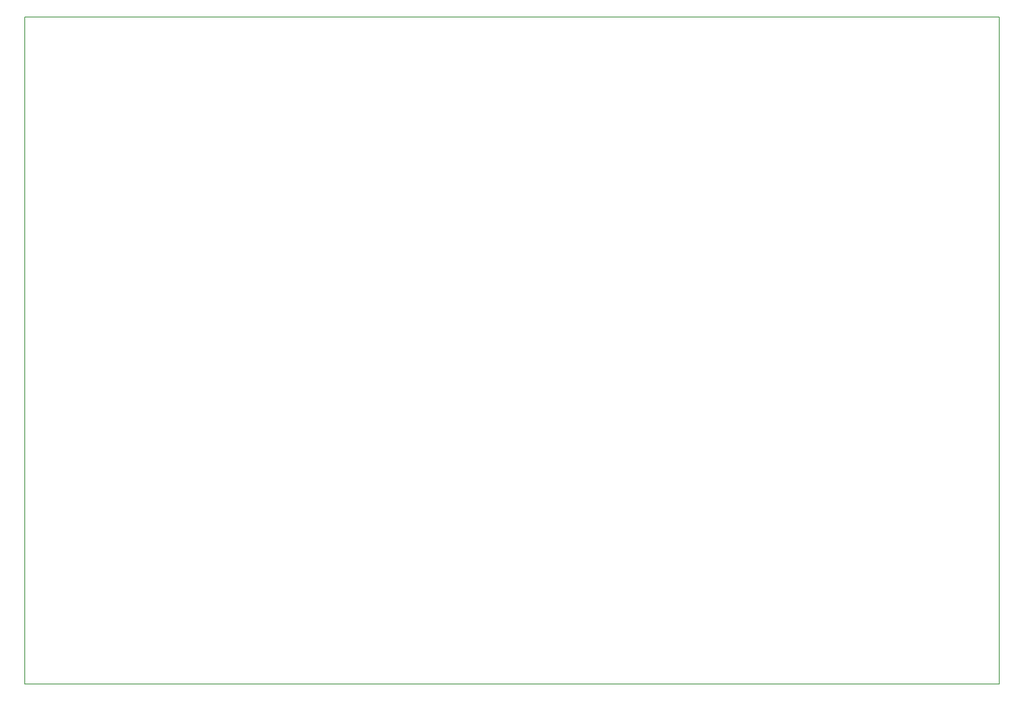
<source format=gbr>
G04 #@! TF.GenerationSoftware,KiCad,Pcbnew,5.1.5-1.fc30*
G04 #@! TF.CreationDate,2020-10-27T14:38:22-05:00*
G04 #@! TF.ProjectId,charger,63686172-6765-4722-9e6b-696361645f70,rev?*
G04 #@! TF.SameCoordinates,Original*
G04 #@! TF.FileFunction,Other,User*
%FSLAX46Y46*%
G04 Gerber Fmt 4.6, Leading zero omitted, Abs format (unit mm)*
G04 Created by KiCad (PCBNEW 5.1.5-1.fc30) date 2020-10-27 14:38:22*
%MOMM*%
%LPD*%
G04 APERTURE LIST*
%ADD10C,0.150000*%
G04 APERTURE END LIST*
D10*
X29210000Y-161290000D02*
X29210000Y-133350000D01*
X92710000Y-161290000D02*
X29210000Y-161290000D01*
X242570000Y-161290000D02*
X92710000Y-161290000D01*
X242570000Y-15240000D02*
X242570000Y-161290000D01*
X29210000Y-15240000D02*
X242570000Y-15240000D01*
X29210000Y-133350000D02*
X29210000Y-15240000D01*
M02*

</source>
